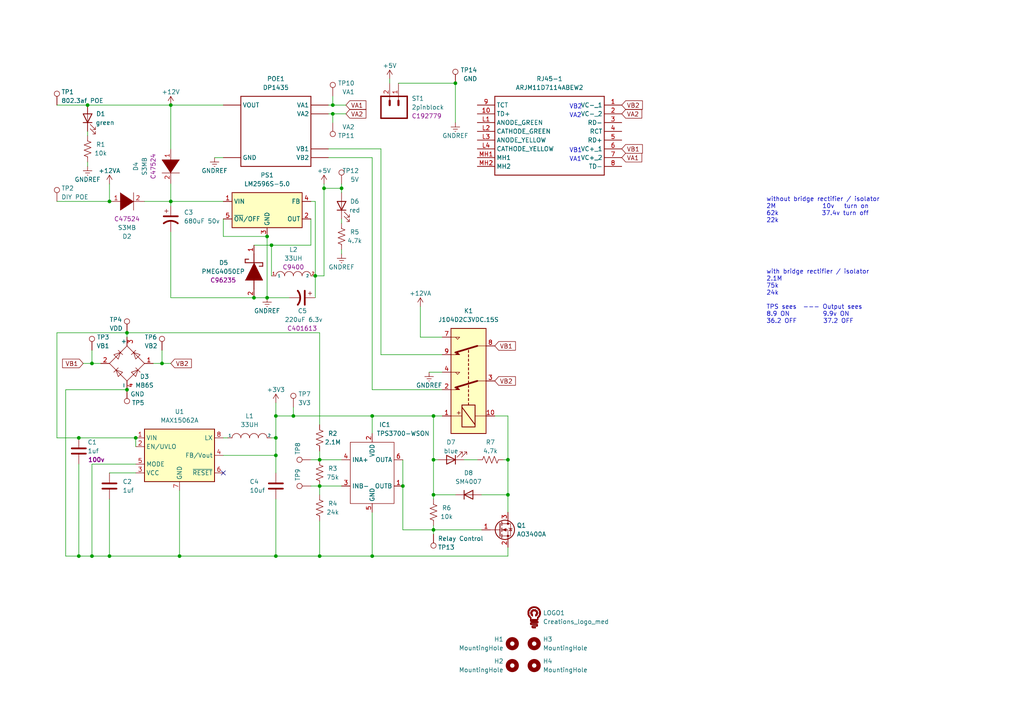
<source format=kicad_sch>
(kicad_sch (version 20211123) (generator eeschema)
  (paper "A4")
  (lib_symbols
    (symbol "Austins creations:12x12x8_inductor"
      (property "Reference" "L" (at 0 6.35 0))
      (property "Value" "12x12x8_inductor" (at 0 3.81 0))
      (symbol "12x12x8_inductor_1_1"
        (pin input line (at -6.35 0 0) (length 1.27) (name "1") (number "1"))
        (pin input line (at 6.35 0 180) (length 1.27) (name "2") (number "2"))
      )
    )
    (symbol "Austins creations:2pinblock"
      (property "Reference" "ST" (at -7.62 2.54 0))
      (property "Value" "2pinblock" (at -7.62 0 0))
      (property "part #" "C192779" (at -7.62 -2.54 0))
      (symbol "2pinblock_1_0"
        (pin bidirectional line (at 7.62 -1.27 180) (length 5.08) (name "1") (number "1"))
        (pin bidirectional line (at 7.62 1.27 180) (length 5.08) (name "2") (number "2"))
      )
    )
    (symbol "Austins creations:ARJM11D7114ABEW2"
      (property "Reference" "RJ45-" (at 0 15.24 0))
      (property "Value" "ARJM11D7114ABEW2" (at 0 12.7 0))
      (symbol "ARJM11D7114ABEW2_1_0"
        (pin bidirectional line (at -21.59 8.89 0) (length 5.08) (name "VC-_1") (number "1"))
        (pin bidirectional line (at 20.32 6.35 180) (length 5.08) (name "TD+") (number "10"))
        (pin bidirectional line (at -21.59 6.35 0) (length 5.08) (name "VC-_2") (number "2"))
        (pin bidirectional line (at -21.59 3.81 0) (length 5.08) (name "RD-") (number "3"))
        (pin bidirectional line (at -21.59 1.27 0) (length 5.08) (name "RCT") (number "4"))
        (pin bidirectional line (at -21.59 -1.27 0) (length 5.08) (name "RD+") (number "5"))
        (pin bidirectional line (at -21.59 -3.81 0) (length 5.08) (name "VC+_1") (number "6"))
        (pin bidirectional line (at -21.59 -6.35 0) (length 5.08) (name "VC+_2") (number "7"))
        (pin bidirectional line (at -21.59 -8.89 0) (length 5.08) (name "TD-") (number "8"))
        (pin bidirectional line (at 20.32 8.89 180) (length 5.08) (name "TCT") (number "9"))
        (pin bidirectional line (at 20.32 3.81 180) (length 5.08) (name "ANODE_GREEN") (number "L1"))
        (pin bidirectional line (at 20.32 1.27 180) (length 5.08) (name "CATHODE_GREEN") (number "L2"))
        (pin bidirectional line (at 20.32 -1.27 180) (length 5.08) (name "ANODE_YELLOW") (number "L3"))
        (pin bidirectional line (at 20.32 -3.81 180) (length 5.08) (name "CATHODE_YELLOW") (number "L4"))
        (pin bidirectional line (at 20.32 -6.35 180) (length 5.08) (name "MH1") (number "MH1"))
        (pin bidirectional line (at 20.32 -8.89 180) (length 5.08) (name "MH2") (number "MH2"))
      )
    )
    (symbol "Austins creations:DP1435"
      (property "Reference" "POE" (at 0 13.97 0))
      (property "Value" "DP1435" (at 0 11.43 0))
      (symbol "DP1435_1_0"
        (pin bidirectional line (at 15.24 -7.62 180) (length 5.08) (name "GND") (number "GND"))
        (pin bidirectional line (at -15.24 7.62 0) (length 5.08) (name "VA1") (number "VA1"))
        (pin bidirectional line (at -15.24 5.08 0) (length 5.08) (name "VA2") (number "VA2"))
        (pin bidirectional line (at -15.24 -5.08 0) (length 5.08) (name "VB1") (number "VB1"))
        (pin bidirectional line (at -15.24 -7.62 0) (length 5.08) (name "VB2") (number "VB2"))
        (pin bidirectional line (at 15.24 7.62 180) (length 5.08) (name "VOUT") (number "VOUT"))
      )
    )
    (symbol "Austins creations:LM2596S"
      (property "Reference" "PS" (at 0 8.89 0))
      (property "Value" "LM2596S" (at 0 6.35 0))
      (symbol "LM2596S_1_1"
        (pin power_in line (at -12.7 2.54 0) (length 2.54) (name "VIN") (number "1"))
        (pin output line (at 12.7 -2.54 180) (length 2.54) (name "OUT") (number "2"))
        (pin power_in line (at 0 -7.62 90) (length 2.54) (name "GND") (number "3"))
        (pin input line (at 12.7 2.54 180) (length 2.54) (name "FB") (number "4"))
        (pin input line (at -12.7 -2.54 0) (length 2.54) (name "~{ON}/OFF") (number "5"))
      )
    )
    (symbol "Austins creations:PMEG4050EP"
      (property "Reference" "D" (at 0 8.89 0))
      (property "Value" "PMEG4050EP" (at 0 6.35 0))
      (property "part #" "C96235" (at 0 3.81 0))
      (symbol "PMEG4050EP_1_0"
        (pin bidirectional line (at -7.62 0 0) (length 2.54) (name "K") (number "1"))
        (pin bidirectional line (at 7.62 0 180) (length 2.54) (name "A") (number "2"))
      )
    )
    (symbol "Austins creations:TPS3700-WSON"
      (property "Reference" "IC" (at 3.81 10.16 0))
      (property "Value" "TPS3700-WSON" (at 5.08 12.7 0))
      (symbol "TPS3700-WSON_1_1"
        (pin input line (at 8.89 -3.81 180) (length 2.54) (name "OUTB") (number "1"))
        (pin input line (at 0 11.43 270) (length 2.54) (name "VDD") (number "2"))
        (pin input line (at -8.89 -3.81 0) (length 2.54) (name "INB-") (number "3"))
        (pin input line (at -8.89 3.81 0) (length 2.54) (name "INA+") (number "4"))
        (pin input line (at 0 -11.43 90) (length 2.54) (name "GND") (number "5"))
        (pin input line (at 8.89 3.81 180) (length 2.54) (name "OUTA") (number "6"))
      )
    )
    (symbol "Connector:TestPoint" (pin_numbers hide) (pin_names (offset 0.762) hide)
      (property "Reference" "TP" (at 0 6.858 0))
      (property "Value" "TestPoint" (at 0 5.08 0))
      (symbol "TestPoint_1_1"
        (pin passive line (at 0 0 90) (length 2.54) (name "1") (number "1"))
      )
    )
    (symbol "Device:C" (pin_numbers hide) (pin_names (offset 0.254))
      (property "Reference" "C" (at 0.635 2.54 0))
      (property "Value" "C" (at 0.635 -2.54 0))
      (symbol "C_1_1"
        (pin passive line (at 0 3.81 270) (length 2.794) (name "~") (number "1"))
        (pin passive line (at 0 -3.81 90) (length 2.794) (name "~") (number "2"))
      )
    )
    (symbol "Device:C_Polarized_US" (pin_numbers hide) (pin_names (offset 0.254) hide)
      (property "Reference" "C" (at 0.635 2.54 0))
      (property "Value" "C_Polarized_US" (at 0.635 -2.54 0))
      (symbol "C_Polarized_US_1_1"
        (pin passive line (at 0 3.81 270) (length 2.794) (name "~") (number "1"))
        (pin passive line (at 0 -3.81 90) (length 3.302) (name "~") (number "2"))
      )
    )
    (symbol "Device:LED" (pin_numbers hide) (pin_names (offset 1.016) hide)
      (property "Reference" "D" (at 0 2.54 0))
      (property "Value" "LED" (at 0 -2.54 0))
      (symbol "LED_1_1"
        (pin passive line (at -3.81 0 0) (length 2.54) (name "K") (number "1"))
        (pin passive line (at 3.81 0 180) (length 2.54) (name "A") (number "2"))
      )
    )
    (symbol "Device:R_US" (pin_numbers hide) (pin_names (offset 0))
      (property "Reference" "R" (at 2.54 0 90))
      (property "Value" "R_US" (at -2.54 0 90))
      (symbol "R_US_1_1"
        (pin passive line (at 0 3.81 270) (length 1.27) (name "~") (number "1"))
        (pin passive line (at 0 -3.81 90) (length 1.27) (name "~") (number "2"))
      )
    )
    (symbol "Diode:SM4007" (pin_numbers hide) (pin_names (offset 1.016) hide)
      (property "Reference" "D" (at 0 2.54 0))
      (property "Value" "SM4007" (at 0 -2.54 0))
      (symbol "SM4007_1_1"
        (pin passive line (at -3.81 0 0) (length 2.54) (name "K") (number "1"))
        (pin passive line (at 3.81 0 180) (length 2.54) (name "A") (number "2"))
      )
    )
    (symbol "Diode_Bridge:MB6S" (pin_names (offset 0))
      (property "Reference" "D" (at 2.54 6.985 0))
      (property "Value" "MB6S" (at 2.54 5.08 0))
      (symbol "MB6S_1_1"
        (pin passive line (at 0 -7.62 90) (length 2.54) (name "~") (number "1"))
        (pin passive line (at 0 7.62 270) (length 2.54) (name "~") (number "2"))
        (pin passive line (at 7.62 0 180) (length 2.54) (name "+") (number "3"))
        (pin passive line (at -7.62 0 0) (length 2.54) (name "-") (number "4"))
      )
    )
    (symbol "Mechanical:MountingHole" (pin_names (offset 1.016))
      (property "Reference" "H" (at 0 5.08 0))
      (property "Value" "MountingHole" (at 0 3.175 0))
    )
    (symbol "Regulator_Switching:MAX15062A"
      (property "Reference" "U" (at -10.16 11.43 0))
      (property "Value" "MAX15062A" (at -10.16 8.89 0))
      (symbol "MAX15062A_1_1"
        (pin power_in line (at -12.7 5.08 0) (length 2.54) (name "VIN") (number "1"))
        (pin input line (at -12.7 2.54 0) (length 2.54) (name "EN/UVLO") (number "2"))
        (pin power_out line (at -12.7 -5.08 0) (length 2.54) (name "VCC") (number "3"))
        (pin input line (at 12.7 0 180) (length 2.54) (name "FB/Vout") (number "4"))
        (pin input line (at -12.7 -2.54 0) (length 2.54) (name "MODE") (number "5"))
        (pin open_collector line (at 12.7 -5.08 180) (length 2.54) (name "~{RESET}") (number "6"))
        (pin power_in line (at 0 -10.16 90) (length 2.54) (name "GND") (number "7"))
        (pin power_out line (at 12.7 5.08 180) (length 2.54) (name "LX") (number "8"))
      )
    )
    (symbol "Relay:AZ850-x"
      (property "Reference" "K" (at 16.51 3.81 0))
      (property "Value" "AZ850-x" (at 16.51 1.27 0))
      (symbol "AZ850-x_0_0"
        (text "+" (at -9.271 2.921 0) (effects (font (size 1.27 1.27))))
      )
      (symbol "AZ850-x_1_1"
        (pin passive line (at -10.16 7.62 270) (length 2.54) (name "~") (number "1"))
        (pin passive line (at -10.16 -7.62 90) (length 2.54) (name "~") (number "10"))
        (pin passive line (at -2.54 7.62 270) (length 2.54) (name "~") (number "2"))
        (pin passive line (at 0 -7.62 90) (length 2.54) (name "~") (number "3"))
        (pin passive line (at 2.54 7.62 270) (length 2.54) (name "~") (number "4"))
        (pin passive line (at 12.7 7.62 270) (length 2.54) (name "~") (number "7"))
        (pin passive line (at 10.16 -7.62 90) (length 2.54) (name "~") (number "8"))
        (pin passive line (at 7.62 7.62 270) (length 2.54) (name "~") (number "9"))
      )
    )
    (symbol "Transistor_FET:AO3400A" (pin_names hide)
      (property "Reference" "Q" (at 5.08 1.905 0))
      (property "Value" "AO3400A" (at 5.08 0 0))
      (symbol "AO3400A_1_1"
        (pin input line (at -5.08 0 0) (length 2.54) (name "G") (number "1"))
        (pin passive line (at 2.54 -5.08 90) (length 2.54) (name "S") (number "2"))
        (pin passive line (at 2.54 5.08 270) (length 2.54) (name "D") (number "3"))
      )
    )
    (symbol "logos:Creations_logo_med"
      (property "Reference" "LOGO" (at 0 6.35 0))
      (property "Value" "Creations_logo_med" (at 0 3.81 0))
    )
    (symbol "power:+12V" (power) (pin_names (offset 0))
      (property "Value" "+12V" (at 0 3.556 0))
      (symbol "+12V_1_1"
        (pin power_in line (at 0 0 90) (length 0) hide (name "+12V") (number "1"))
      )
    )
    (symbol "power:+12VA" (power) (pin_names (offset 0))
      (property "Value" "+12VA" (at 0 3.556 0))
      (symbol "+12VA_1_1"
        (pin power_in line (at 0 0 90) (length 0) hide (name "+12VA") (number "1"))
      )
    )
    (symbol "power:+3V3" (power) (pin_names (offset 0))
      (property "Value" "+3V3" (at 0 3.556 0))
      (symbol "+3V3_1_1"
        (pin power_in line (at 0 0 90) (length 0) hide (name "+3V3") (number "1"))
      )
    )
    (symbol "power:+5V" (power) (pin_names (offset 0))
      (property "Value" "+5V" (at 0 3.556 0))
      (symbol "+5V_1_1"
        (pin power_in line (at 0 0 90) (length 0) hide (name "+5V") (number "1"))
      )
    )
    (symbol "power:GNDREF" (power) (pin_names (offset 0))
      (property "Value" "GNDREF" (at 0 -3.81 0))
      (symbol "GNDREF_1_1"
        (pin power_in line (at 0 0 270) (length 0) hide (name "GNDREF") (number "1"))
      )
    )
    (symbol "pspice:DIODE" (pin_names (offset 1.016) hide)
      (property "Reference" "D" (at 0 3.81 0))
      (property "Value" "DIODE" (at 0 -4.445 0))
      (symbol "DIODE_1_1"
        (pin input line (at -5.08 0 0) (length 3.81) (name "K") (number "1"))
        (pin input line (at 5.08 0 180) (length 3.81) (name "A") (number "2"))
      )
    )
    (symbol "pspice:INDUCTOR" (pin_numbers hide) (pin_names (offset 0))
      (property "Reference" "L" (at 0 2.54 0))
      (property "Value" "INDUCTOR" (at 0 -1.27 0))
      (symbol "INDUCTOR_1_1"
        (pin input line (at -6.35 0 0) (length 1.27) (name "1") (number "1"))
        (pin input line (at 6.35 0 180) (length 1.27) (name "2") (number "2"))
      )
    )
  )
  (junction (at 96.52 33.02))
  (junction (at 49.53 58.42))
  (junction (at 36.83 113.03))
  (junction (at 49.53 30.48))
  (junction (at 31.75 161.29))
  (junction (at 125.73 120.65))
  (junction (at 39.37 127))
  (junction (at 107.95 120.65))
  (junction (at 73.66 86.36))
  (junction (at 147.32 143.51))
  (junction (at 25.4 30.48))
  (junction (at 99.06 54.61))
  (junction (at 92.71 133.35))
  (junction (at 22.86 127))
  (junction (at 125.73 153.67))
  (junction (at 77.47 68.58))
  (junction (at 96.52 30.48))
  (junction (at 125.73 133.35))
  (junction (at 91.44 80.01))
  (junction (at 26.67 161.29))
  (junction (at 31.75 58.42))
  (junction (at 92.71 140.97))
  (junction (at 125.73 143.51))
  (junction (at 93.98 54.61))
  (junction (at 80.01 120.65))
  (junction (at 77.47 86.36))
  (junction (at 36.83 96.52))
  (junction (at 147.32 133.35))
  (junction (at 107.95 161.29))
  (junction (at 22.86 161.29))
  (junction (at 92.71 161.29))
  (junction (at 80.01 132.08))
  (junction (at 132.08 24.13))
  (junction (at 78.74 71.12))
  (junction (at 80.01 127))
  (junction (at 26.67 105.41))
  (junction (at 116.84 140.97))
  (junction (at 52.07 161.29))
  (junction (at 46.99 105.41))
  (junction (at 85.09 120.65))
  (junction (at 80.01 161.29))
  (no_connect (at 64.77 137.16))
  (wire (pts (xy 92.71 123.19) (xy 92.71 96.52)))
  (wire (pts (xy 16.51 58.42) (xy 31.75 58.42)))
  (wire (pts (xy 73.66 71.12) (xy 78.74 71.12)))
  (wire (pts (xy 116.84 140.97) (xy 116.84 153.67)))
  (wire (pts (xy 80.01 132.08) (xy 80.01 137.16)))
  (wire (pts (xy 99.06 53.34) (xy 99.06 54.61)))
  (wire (pts (xy 128.27 113.03) (xy 107.95 113.03)))
  (wire (pts (xy 52.07 161.29) (xy 31.75 161.29)))
  (wire (pts (xy 85.09 120.65) (xy 107.95 120.65)))
  (wire (pts (xy 73.66 86.36) (xy 77.47 86.36)))
  (wire (pts (xy 25.4 38.1) (xy 25.4 39.37)))
  (wire (pts (xy 147.32 143.51) (xy 147.32 148.59)))
  (wire (pts (xy 80.01 144.78) (xy 80.01 161.29)))
  (wire (pts (xy 128.27 102.87) (xy 110.49 102.87)))
  (wire (pts (xy 95.25 43.18) (xy 110.49 43.18)))
  (wire (pts (xy 92.71 140.97) (xy 92.71 143.51)))
  (wire (pts (xy 24.13 105.41) (xy 26.67 105.41)))
  (wire (pts (xy 85.09 118.11) (xy 85.09 120.65)))
  (wire (pts (xy 107.95 161.29) (xy 147.32 161.29)))
  (wire (pts (xy 77.47 68.58) (xy 77.47 86.36)))
  (wire (pts (xy 26.67 105.41) (xy 26.67 101.6)))
  (wire (pts (xy 62.23 45.72) (xy 64.77 45.72)))
  (wire (pts (xy 125.73 153.67) (xy 125.73 154.94)))
  (wire (pts (xy 41.91 58.42) (xy 49.53 58.42)))
  (wire (pts (xy 80.01 127) (xy 80.01 132.08)))
  (wire (pts (xy 78.74 127) (xy 80.01 127)))
  (wire (pts (xy 80.01 120.65) (xy 80.01 127)))
  (wire (pts (xy 116.84 153.67) (xy 125.73 153.67)))
  (wire (pts (xy 125.73 143.51) (xy 125.73 144.78)))
  (wire (pts (xy 128.27 120.65) (xy 125.73 120.65)))
  (wire (pts (xy 39.37 134.62) (xy 26.67 134.62)))
  (wire (pts (xy 99.06 55.88) (xy 99.06 54.61)))
  (wire (pts (xy 90.17 58.42) (xy 91.44 58.42)))
  (wire (pts (xy 95.25 45.72) (xy 107.95 45.72)))
  (wire (pts (xy 115.57 24.13) (xy 132.08 24.13)))
  (wire (pts (xy 100.33 33.02) (xy 96.52 33.02)))
  (wire (pts (xy 19.05 113.03) (xy 19.05 161.29)))
  (wire (pts (xy 147.32 120.65) (xy 147.32 133.35)))
  (wire (pts (xy 16.51 127) (xy 16.51 96.52)))
  (wire (pts (xy 22.86 127) (xy 16.51 127)))
  (wire (pts (xy 22.86 161.29) (xy 26.67 161.29)))
  (wire (pts (xy 64.77 132.08) (xy 80.01 132.08)))
  (wire (pts (xy 31.75 161.29) (xy 31.75 144.78)))
  (wire (pts (xy 19.05 161.29) (xy 22.86 161.29)))
  (wire (pts (xy 146.05 133.35) (xy 147.32 133.35)))
  (wire (pts (xy 125.73 120.65) (xy 125.73 133.35)))
  (wire (pts (xy 64.77 68.58) (xy 77.47 68.58)))
  (wire (pts (xy 80.01 116.84) (xy 80.01 120.65)))
  (wire (pts (xy 49.53 53.34) (xy 49.53 58.42)))
  (wire (pts (xy 92.71 96.52) (xy 36.83 96.52)))
  (wire (pts (xy 25.4 30.48) (xy 49.53 30.48)))
  (wire (pts (xy 91.44 80.01) (xy 91.44 86.36)))
  (wire (pts (xy 49.53 58.42) (xy 49.53 59.69)))
  (wire (pts (xy 31.75 137.16) (xy 39.37 137.16)))
  (wire (pts (xy 49.53 86.36) (xy 73.66 86.36)))
  (wire (pts (xy 64.77 63.5) (xy 64.77 68.58)))
  (wire (pts (xy 99.06 72.39) (xy 99.06 73.66)))
  (wire (pts (xy 100.33 30.48) (xy 96.52 30.48)))
  (wire (pts (xy 107.95 120.65) (xy 125.73 120.65)))
  (wire (pts (xy 132.08 24.13) (xy 132.08 35.56)))
  (wire (pts (xy 96.52 30.48) (xy 95.25 30.48)))
  (wire (pts (xy 36.83 96.52) (xy 36.83 97.79)))
  (wire (pts (xy 77.47 86.36) (xy 83.82 86.36)))
  (wire (pts (xy 93.98 54.61) (xy 93.98 80.01)))
  (wire (pts (xy 143.51 120.65) (xy 147.32 120.65)))
  (wire (pts (xy 107.95 45.72) (xy 107.95 113.03)))
  (wire (pts (xy 78.74 71.12) (xy 90.17 71.12)))
  (wire (pts (xy 44.45 105.41) (xy 46.99 105.41)))
  (wire (pts (xy 92.71 130.81) (xy 92.71 133.35)))
  (wire (pts (xy 92.71 151.13) (xy 92.71 161.29)))
  (wire (pts (xy 121.92 97.79) (xy 121.92 88.9)))
  (wire (pts (xy 80.01 161.29) (xy 92.71 161.29)))
  (wire (pts (xy 26.67 161.29) (xy 31.75 161.29)))
  (wire (pts (xy 64.77 58.42) (xy 49.53 58.42)))
  (wire (pts (xy 36.83 113.03) (xy 19.05 113.03)))
  (wire (pts (xy 134.62 133.35) (xy 138.43 133.35)))
  (wire (pts (xy 22.86 127) (xy 39.37 127)))
  (wire (pts (xy 93.98 80.01) (xy 91.44 80.01)))
  (wire (pts (xy 116.84 133.35) (xy 116.84 140.97)))
  (wire (pts (xy 46.99 105.41) (xy 49.53 105.41)))
  (wire (pts (xy 124.46 107.95) (xy 128.27 107.95)))
  (wire (pts (xy 132.08 143.51) (xy 125.73 143.51)))
  (wire (pts (xy 52.07 142.24) (xy 52.07 161.29)))
  (wire (pts (xy 26.67 105.41) (xy 29.21 105.41)))
  (wire (pts (xy 99.06 54.61) (xy 93.98 54.61)))
  (wire (pts (xy 139.7 143.51) (xy 147.32 143.51)))
  (wire (pts (xy 125.73 133.35) (xy 127 133.35)))
  (wire (pts (xy 78.74 80.01) (xy 78.74 71.12)))
  (wire (pts (xy 49.53 30.48) (xy 49.53 43.18)))
  (wire (pts (xy 125.73 133.35) (xy 125.73 143.51)))
  (wire (pts (xy 92.71 140.97) (xy 99.06 140.97)))
  (wire (pts (xy 46.99 101.6) (xy 46.99 105.41)))
  (wire (pts (xy 91.44 58.42) (xy 91.44 80.01)))
  (wire (pts (xy 96.52 27.94) (xy 96.52 30.48)))
  (wire (pts (xy 31.75 53.34) (xy 31.75 58.42)))
  (wire (pts (xy 92.71 133.35) (xy 99.06 133.35)))
  (wire (pts (xy 90.17 140.97) (xy 92.71 140.97)))
  (wire (pts (xy 125.73 152.4) (xy 125.73 153.67)))
  (wire (pts (xy 39.37 127) (xy 39.37 129.54)))
  (wire (pts (xy 22.86 134.62) (xy 22.86 161.29)))
  (wire (pts (xy 80.01 120.65) (xy 85.09 120.65)))
  (wire (pts (xy 96.52 33.02) (xy 96.52 35.56)))
  (wire (pts (xy 16.51 96.52) (xy 36.83 96.52)))
  (wire (pts (xy 113.03 22.86) (xy 113.03 24.13)))
  (wire (pts (xy 16.51 30.48) (xy 25.4 30.48)))
  (wire (pts (xy 64.77 127) (xy 66.04 127)))
  (wire (pts (xy 110.49 43.18) (xy 110.49 102.87)))
  (wire (pts (xy 125.73 153.67) (xy 139.7 153.67)))
  (wire (pts (xy 90.17 133.35) (xy 92.71 133.35)))
  (wire (pts (xy 147.32 133.35) (xy 147.32 143.51)))
  (wire (pts (xy 107.95 120.65) (xy 107.95 125.73)))
  (wire (pts (xy 107.95 161.29) (xy 107.95 148.59)))
  (wire (pts (xy 25.4 46.99) (xy 25.4 48.26)))
  (wire (pts (xy 90.17 71.12) (xy 90.17 63.5)))
  (wire (pts (xy 26.67 134.62) (xy 26.67 161.29)))
  (wire (pts (xy 93.98 53.34) (xy 93.98 54.61)))
  (wire (pts (xy 92.71 161.29) (xy 107.95 161.29)))
  (wire (pts (xy 49.53 67.31) (xy 49.53 86.36)))
  (wire (pts (xy 99.06 63.5) (xy 99.06 64.77)))
  (wire (pts (xy 80.01 161.29) (xy 52.07 161.29)))
  (wire (pts (xy 147.32 158.75) (xy 147.32 161.29)))
  (wire (pts (xy 49.53 30.48) (xy 64.77 30.48)))
  (wire (pts (xy 121.92 97.79) (xy 128.27 97.79)))
  (wire (pts (xy 96.52 33.02) (xy 95.25 33.02)))
  (text "with bridge rectifier / isolator\n2.1M\n75k\n24k\n\nTPS sees  --- Output sees\n8.9 ON          9.9v ON\n36.2 OFF        37.2 OFF" (at 222.25 93.98 0) (effects (font (size 1.27 1.27)) (justify left bottom)))
  (text "without bridge rectifier / isolator\n2M              10v   turn on\n62k             37.4v turn off\n22k" (at 222.25 64.77 0) (effects (font (size 1.27 1.27)) (justify left bottom)))
  (text "VA1" (at 165.1 46.99 0) (effects (font (size 1.27 1.27)) (justify left bottom)))
  (text "VA2" (at 165.1 34.29 0) (effects (font (size 1.27 1.27)) (justify left bottom)))
  (text "VB2" (at 165.1 31.75 0) (effects (font (size 1.27 1.27)) (justify left bottom)))
  (text "VB1" (at 165.1 44.45 0) (effects (font (size 1.27 1.27)) (justify left bottom)))
  (global_label "VB1" (shape input) (at 24.13 105.41 180) (property "Intersheet References" "${INTERSHEET_REFS}" (effects hide)))
  (global_label "VA1" (shape input) (at 100.33 30.48 0) (property "Intersheet References" "${INTERSHEET_REFS}" (effects hide)))
  (global_label "VA1" (shape input) (at 180.34 45.72 0) (property "Intersheet References" "${INTERSHEET_REFS}" (effects hide)))
  (global_label "VB1" (shape input) (at 143.51 100.33 0) (property "Intersheet References" "${INTERSHEET_REFS}" (effects hide)))
  (global_label "VB2" (shape input) (at 180.34 30.48 0) (property "Intersheet References" "${INTERSHEET_REFS}" (effects hide)))
  (global_label "VB1" (shape input) (at 180.34 43.18 0) (property "Intersheet References" "${INTERSHEET_REFS}" (effects hide)))
  (global_label "VB2" (shape input) (at 49.53 105.41 0) (property "Intersheet References" "${INTERSHEET_REFS}" (effects hide)))
  (global_label "VA2" (shape input) (at 100.33 33.02 0) (property "Intersheet References" "${INTERSHEET_REFS}" (effects hide)))
  (global_label "VA2" (shape input) (at 180.34 33.02 0) (property "Intersheet References" "${INTERSHEET_REFS}" (effects hide)))
  (global_label "VB2" (shape input) (at 143.51 110.49 0) (property "Intersheet References" "${INTERSHEET_REFS}" (effects hide)))
  (symbol (lib_id "Austins creations:LM2596S") (at 77.47 60.96 0) (unit 1)
    (property "Reference" "PS1" (at 77.47 50.8 0))
    (property "Value" "LM2596S-5.0" (at 77.47 53.34 0))
    (property "Footprint" "Austins creations:LM2596S" (effects hide))
  )
  (symbol (lib_id "Device:R_US") (at 92.71 147.32 0) (unit 1)
    (property "Reference" "R4" (at 96.52 146.05 0))
    (property "Value" "24k" (at 96.52 148.59 0))
    (property "Footprint" "Resistor_SMD:R_0603_1608Metric" (effects hide))
  )
  (symbol (lib_id "Connector:TestPoint") (at 96.52 27.94 0) (unit 1)
    (property "Reference" "TP10" (at 102.87 24.13 0) (effects (justify right)))
    (property "Value" "VA1" (at 102.87 26.67 0) (effects (justify right)))
    (property "Footprint" "TestPoint:TestPoint_Pad_D2.0mm" (effects hide))
  )
  (symbol (lib_id "power:+12V") (at 49.53 30.48 0) (unit 1)
    (property "Reference" "#PWR03" (effects hide))
    (property "Value" "+12V" (at 49.53 26.67 0))
  )
  (symbol (lib_id "Austins creations:DP1435") (at 80.01 38.1 0) (mirror y) (unit 1)
    (property "Reference" "POE1" (at 80.01 22.86 0))
    (property "Value" "DP1435" (at 80.01 25.4 0))
    (property "Footprint" "Austins creations:DP1435" (effects hide))
  )
  (symbol (lib_id "Austins creations:2pinblock") (at 114.3 31.75 90) (unit 1)
    (property "Reference" "ST1" (at 119.38 28.5749 90) (effects (justify right)))
    (property "Value" "2pinblock" (at 119.38 31.1149 90) (effects (justify right)))
    (property "Footprint" "Austins creations:2pinblock" (effects hide))
    (property "part #" "C192779" (at 119.38 33.6549 90) (effects (justify right)))
  )
  (symbol (lib_id "Austins creations:12x12x8_inductor") (at 85.09 80.01 0) (unit 1)
    (property "Reference" "L2" (at 85.09 72.39 0))
    (property "Value" "33UH" (at 85.09 74.93 0))
    (property "Footprint" "Austins creations:12x12x8 inductor" (effects hide))
    (property "part #" "C9400" (at 85.09 77.47 0))
  )
  (symbol (lib_id "Device:C") (at 22.86 130.81 0) (unit 1)
    (property "Reference" "C1" (at 25.4 128.27 0) (effects (justify left)))
    (property "Value" "1uf" (at 25.4 130.81 0) (effects (justify left)))
    (property "Footprint" "Capacitor_SMD:C_0805_2012Metric" (effects hide))
    (property "voltage" "100v" (at 25.4 133.35 0) (effects (font bold) (justify left)))
  )
  (symbol (lib_id "power:+5V") (at 113.03 22.86 0) (unit 1)
    (property "Reference" "#PWR09" (effects hide))
    (property "Value" "+5V" (at 113.03 19.05 0))
  )
  (symbol (lib_id "Device:LED") (at 130.81 133.35 180) (unit 1)
    (property "Reference" "D7" (at 130.81 128.27 0))
    (property "Value" "blue" (at 130.81 130.81 0))
    (property "Footprint" "LED_SMD:LED_0603_1608Metric" (effects hide))
  )
  (symbol (lib_id "Device:C_Polarized_US") (at 49.53 63.5 0) (unit 1)
    (property "Reference" "C3" (at 53.34 61.5949 0) (effects (justify left)))
    (property "Value" "680uF 50v" (at 53.34 64.1349 0) (effects (justify left)))
    (property "Footprint" "Capacitor_THT:CP_Radial_D13.0mm_P5.00mm" (effects hide))
  )
  (symbol (lib_id "Connector:TestPoint") (at 16.51 58.42 0) (mirror y) (unit 1)
    (property "Reference" "TP2" (at 17.78 54.61 0) (effects (justify right)))
    (property "Value" "DIY POE" (at 17.78 57.15 0) (effects (justify right)))
    (property "Footprint" "TestPoint:TestPoint_Pad_D2.0mm" (effects hide))
  )
  (symbol (lib_id "Mechanical:MountingHole") (at 148.59 186.69 0) (mirror x) (unit 1)
    (property "Reference" "H1" (at 146.05 185.4199 0) (effects (justify right)))
    (property "Value" "MountingHole" (at 146.05 187.9599 0) (effects (justify right)))
    (property "Footprint" "MountingHole:MountingHole_3.2mm_M3" (effects hide))
  )
  (symbol (lib_id "Diode_Bridge:MB6S") (at 36.83 105.41 90) (unit 1)
    (property "Reference" "D3" (at 41.91 109.22 90))
    (property "Value" "MB6S" (at 41.91 111.76 90))
    (property "Footprint" "Package_TO_SOT_SMD:TO-269AA" (effects hide))
    (property "Datasheet" "http://www.vishay.com/docs/88573/dfs.pdf" (effects hide))
  )
  (symbol (lib_id "Device:R_US") (at 142.24 133.35 90) (unit 1)
    (property "Reference" "R7" (at 142.24 128.27 90))
    (property "Value" "4.7k" (at 142.24 130.81 90))
    (property "Footprint" "Resistor_SMD:R_0603_1608Metric" (effects hide))
  )
  (symbol (lib_id "Device:R_US") (at 99.06 68.58 0) (unit 1)
    (property "Reference" "R5" (at 102.87 67.31 0))
    (property "Value" "4.7k" (at 102.87 69.85 0))
    (property "Footprint" "Resistor_SMD:R_0603_1608Metric" (effects hide))
  )
  (symbol (lib_id "logos:Creations_logo_med") (at 154.94 177.8 0) (unit 1)
    (property "Reference" "LOGO1" (at 157.48 177.7745 0) (effects (justify left)))
    (property "Value" "Creations_logo_med" (at 157.48 180.3145 0) (effects (justify left)))
    (property "Footprint" "logos:Creations logo med" (effects hide))
  )
  (symbol (lib_id "Device:LED") (at 25.4 34.29 90) (unit 1)
    (property "Reference" "D1" (at 29.21 33.02 90))
    (property "Value" "green" (at 30.48 35.56 90))
    (property "Footprint" "LED_SMD:LED_0603_1608Metric" (effects hide))
  )
  (symbol (lib_id "Connector:TestPoint") (at 99.06 53.34 0) (unit 1)
    (property "Reference" "TP12" (at 104.14 49.53 0) (effects (justify right)))
    (property "Value" "5V" (at 104.14 52.07 0) (effects (justify right)))
    (property "Footprint" "TestPoint:TestPoint_Pad_D2.0mm" (effects hide))
  )
  (symbol (lib_id "power:GNDREF") (at 124.46 107.95 0) (unit 1)
    (property "Reference" "#PWR011" (effects hide))
    (property "Value" "GND" (at 124.46 111.76 0))
  )
  (symbol (lib_id "Relay:AZ850-x") (at 135.89 110.49 90) (unit 1)
    (property "Reference" "K1" (at 135.89 90.17 90))
    (property "Value" "J104D2C3VDC.15S" (at 135.89 92.71 90))
    (property "Footprint" "Relay_THT:Relay_DPDT_Finder_30.22" (effects hide))
    (property "Datasheet" "http://www.azettler.com/pdfs/az850.pdf" (effects hide))
  )
  (symbol (lib_id "Connector:TestPoint") (at 96.52 35.56 0) (mirror x) (unit 1)
    (property "Reference" "TP11" (at 102.87 39.37 0) (effects (justify right)))
    (property "Value" "VA2" (at 102.87 36.83 0) (effects (justify right)))
    (property "Footprint" "TestPoint:TestPoint_Pad_D2.0mm" (effects hide))
  )
  (symbol (lib_id "Device:C_Polarized_US") (at 87.63 86.36 270) (unit 1)
    (property "Reference" "C5" (at 86.36 90.17 90) (effects (justify left)))
    (property "Value" "220uF 6.3v" (at 82.55 92.71 90) (effects (justify left)))
    (property "Footprint" "Capacitor_SMD:CP_Elec_8x6.2" (effects hide))
    (property "part #" "C401613" (at 87.63 95.25 90))
  )
  (symbol (lib_id "pspice:DIODE") (at 36.83 58.42 0) (unit 1)
    (property "Reference" "D2" (at 36.83 68.58 0))
    (property "Value" "S3MB" (at 36.83 66.04 0))
    (property "Footprint" "Diode_SMD:D_SMB" (effects hide))
    (property "part #" "C47524" (at 36.83 63.5 0))
  )
  (symbol (lib_id "Device:R_US") (at 25.4 43.18 0) (unit 1)
    (property "Reference" "R1" (at 29.21 41.91 0))
    (property "Value" "10k" (at 29.21 44.45 0))
    (property "Footprint" "Resistor_SMD:R_0603_1608Metric" (effects hide))
  )
  (symbol (lib_id "Connector:TestPoint") (at 36.83 113.03 0) (mirror x) (unit 1)
    (property "Reference" "TP5" (at 41.91 116.84 0) (effects (justify right)))
    (property "Value" "GND" (at 41.91 114.3 0) (effects (justify right)))
    (property "Footprint" "TestPoint:TestPoint_Pad_D2.0mm" (effects hide))
  )
  (symbol (lib_id "Austins creations:ARJM11D7114ABEW2") (at 158.75 39.37 0) (mirror y) (unit 1)
    (property "Reference" "RJ45-1" (at 159.385 22.86 0))
    (property "Value" "ARJM11D7114ABEW2" (at 159.385 25.4 0))
    (property "Footprint" "Austins creations:ARJM11D7114ABEW2" (effects hide))
  )
  (symbol (lib_id "power:+12VA") (at 121.92 88.9 0) (unit 1)
    (property "Reference" "#PWR010" (effects hide))
    (property "Value" "+12VA" (at 121.92 85.09 0))
  )
  (symbol (lib_id "Connector:TestPoint") (at 85.09 118.11 0) (unit 1)
    (property "Reference" "TP7" (at 90.17 114.3 0) (effects (justify right)))
    (property "Value" "3V3" (at 90.17 116.84 0) (effects (justify right)))
    (property "Footprint" "TestPoint:TestPoint_Pad_D2.0mm" (effects hide))
  )
  (symbol (lib_id "Regulator_Switching:MAX15062A") (at 52.07 132.08 0) (unit 1)
    (property "Reference" "U1" (at 52.07 119.38 0))
    (property "Value" "MAX15062A" (at 52.07 121.92 0))
    (property "Footprint" "Package_DFN_QFN:DFN-8_2x2mm_P0.5mm" (effects hide))
    (property "Datasheet" "http://datasheets.maximintegrated.com/en/ds/MAX15062.pdf" (effects hide))
  )
  (symbol (lib_id "power:GNDREF") (at 132.08 35.56 0) (unit 1)
    (property "Reference" "#PWR012" (effects hide))
    (property "Value" "GND" (at 132.08 39.37 0))
  )
  (symbol (lib_id "power:GNDREF") (at 77.47 86.36 0) (unit 1)
    (property "Reference" "#PWR05" (effects hide))
    (property "Value" "GND" (at 77.47 90.17 0))
  )
  (symbol (lib_id "Connector:TestPoint") (at 90.17 133.35 90) (unit 1)
    (property "Reference" "TP8" (at 86.36 128.27 0) (effects (justify right)))
    (property "Value" "testpoint" (effects hide))
    (property "Footprint" "TestPoint:TestPoint_Pad_D2.0mm" (effects hide))
  )
  (symbol (lib_id "Connector:TestPoint") (at 46.99 101.6 0) (mirror y) (unit 1)
    (property "Reference" "TP6" (at 41.91 97.79 0) (effects (justify right)))
    (property "Value" "VB2" (at 41.91 100.33 0) (effects (justify right)))
    (property "Footprint" "TestPoint:TestPoint_Pad_D2.0mm" (effects hide))
  )
  (symbol (lib_id "Connector:TestPoint") (at 132.08 24.13 0) (unit 1)
    (property "Reference" "TP14" (at 138.43 20.32 0) (effects (justify right)))
    (property "Value" "GND" (at 138.43 22.86 0) (effects (justify right)))
    (property "Footprint" "TestPoint:TestPoint_Pad_D2.0mm" (effects hide))
  )
  (symbol (lib_id "power:+5V") (at 93.98 53.34 0) (unit 1)
    (property "Reference" "#PWR07" (effects hide))
    (property "Value" "+5V" (at 93.98 49.53 0))
  )
  (symbol (lib_id "Mechanical:MountingHole") (at 154.94 193.04 0) (unit 1)
    (property "Reference" "H4" (at 157.48 191.7699 0) (effects (justify left)))
    (property "Value" "MountingHole" (at 157.48 194.3099 0) (effects (justify left)))
    (property "Footprint" "MountingHole:MountingHole_3.2mm_M3" (effects hide))
  )
  (symbol (lib_id "Device:C") (at 31.75 140.97 0) (unit 1)
    (property "Reference" "C2" (at 35.56 139.6999 0) (effects (justify left)))
    (property "Value" "1uf" (at 35.56 142.2399 0) (effects (justify left)))
    (property "Footprint" "Capacitor_SMD:C_0603_1608Metric" (effects hide))
  )
  (symbol (lib_id "Device:LED") (at 99.06 59.69 90) (unit 1)
    (property "Reference" "D6" (at 102.87 58.42 90))
    (property "Value" "red" (at 102.87 60.96 90))
    (property "Footprint" "LED_SMD:LED_0603_1608Metric" (effects hide))
  )
  (symbol (lib_id "pspice:DIODE") (at 49.53 48.26 270) (unit 1)
    (property "Reference" "D4" (at 39.37 48.26 0))
    (property "Value" "S3MB" (at 41.91 48.26 0))
    (property "Footprint" "Diode_SMD:D_SMB" (effects hide))
    (property "part #" "C47524" (at 44.45 48.26 0))
  )
  (symbol (lib_id "Connector:TestPoint") (at 90.17 140.97 90) (unit 1)
    (property "Reference" "TP9" (at 86.36 135.89 0) (effects (justify right)))
    (property "Value" "testpoint" (effects hide))
    (property "Footprint" "TestPoint:TestPoint_Pad_D2.0mm" (effects hide))
  )
  (symbol (lib_id "Connector:TestPoint") (at 36.83 96.52 0) (mirror y) (unit 1)
    (property "Reference" "TP4" (at 31.75 92.71 0) (effects (justify right)))
    (property "Value" "VDD" (at 31.75 95.25 0) (effects (justify right)))
    (property "Footprint" "TestPoint:TestPoint_Pad_D2.0mm" (effects hide))
  )
  (symbol (lib_id "Device:R_US") (at 92.71 137.16 0) (unit 1)
    (property "Reference" "R3" (at 96.52 135.89 0))
    (property "Value" "75k" (at 96.52 138.43 0))
    (property "Footprint" "Resistor_SMD:R_0603_1608Metric" (effects hide))
  )
  (symbol (lib_id "pspice:INDUCTOR") (at 72.39 127 0) (unit 1)
    (property "Reference" "L1" (at 72.39 120.65 0))
    (property "Value" "33UH" (at 72.39 123.19 0))
    (property "Footprint" "Inductor_SMD:L_Vishay_IFSC-1515AH_4x4x1.8mm" (effects hide))
  )
  (symbol (lib_id "Diode:SM4007") (at 135.89 143.51 0) (unit 1)
    (property "Reference" "D8" (at 135.89 137.16 0))
    (property "Value" "SM4007" (at 135.89 139.7 0))
    (property "Footprint" "Diode_SMD:D_SOD-123F" (effects hide))
    (property "Datasheet" "http://cdn-reichelt.de/documents/datenblatt/A400/SMD1N400%23DIO.pdf" (effects hide))
  )
  (symbol (lib_id "Austins creations:PMEG4050EP") (at 73.66 78.74 270) (unit 1)
    (property "Reference" "D5" (at 63.5 76.2 90) (effects (justify left)))
    (property "Value" "PMEG4050EP" (at 58.42 78.74 90) (effects (justify left)))
    (property "Footprint" "Austins creations:PMEG3050EP" (effects hide))
    (property "part #" "C96235" (at 60.96 81.28 90) (effects (justify left)))
  )
  (symbol (lib_id "power:+12VA") (at 31.75 53.34 0) (unit 1)
    (property "Reference" "#PWR02" (effects hide))
    (property "Value" "+12VA" (at 31.75 49.53 0))
  )
  (symbol (lib_id "power:GNDREF") (at 25.4 48.26 0) (unit 1)
    (property "Reference" "#PWR01" (effects hide))
    (property "Value" "GND" (at 25.4 52.07 0))
  )
  (symbol (lib_id "Mechanical:MountingHole") (at 154.94 186.69 0) (unit 1)
    (property "Reference" "H3" (at 157.48 185.4199 0) (effects (justify left)))
    (property "Value" "MountingHole" (at 157.48 187.9599 0) (effects (justify left)))
    (property "Footprint" "MountingHole:MountingHole_3.2mm_M3" (effects hide))
  )
  (symbol (lib_id "power:GNDREF") (at 62.23 45.72 0) (unit 1)
    (property "Reference" "#PWR04" (effects hide))
    (property "Value" "GND" (at 62.23 49.53 0))
  )
  (symbol (lib_id "Connector:TestPoint") (at 125.73 154.94 0) (mirror x) (unit 1)
    (property "Reference" "TP13" (at 127 158.75 0) (effects (justify left)))
    (property "Value" "Relay Control" (at 127 156.21 0) (effects (justify left)))
    (property "Footprint" "TestPoint:TestPoint_Pad_D2.0mm" (effects hide))
  )
  (symbol (lib_id "Device:R_US") (at 92.71 127 0) (unit 1)
    (property "Reference" "R2" (at 96.52 125.73 0))
    (property "Value" "2.1M" (at 96.52 128.27 0))
    (property "Footprint" "Resistor_SMD:R_0603_1608Metric" (effects hide))
  )
  (symbol (lib_id "Device:R_US") (at 125.73 148.59 0) (unit 1)
    (property "Reference" "R6" (at 129.54 147.32 0))
    (property "Value" "10k" (at 129.54 149.86 0))
    (property "Footprint" "Resistor_SMD:R_0603_1608Metric" (effects hide))
  )
  (symbol (lib_id "power:+3V3") (at 80.01 116.84 0) (unit 1)
    (property "Reference" "#PWR06" (effects hide))
    (property "Value" "+3V3" (at 80.01 113.03 0))
  )
  (symbol (lib_id "Connector:TestPoint") (at 26.67 101.6 0) (unit 1)
    (property "Reference" "TP3" (at 31.75 97.79 0) (effects (justify right)))
    (property "Value" "VB1" (at 31.75 100.33 0) (effects (justify right)))
    (property "Footprint" "TestPoint:TestPoint_Pad_D2.0mm" (effects hide))
  )
  (symbol (lib_id "Transistor_FET:AO3400A") (at 144.78 153.67 0) (unit 1)
    (property "Reference" "Q1" (at 149.86 152.4 0) (effects (justify left)))
    (property "Value" "AO3400A" (at 149.86 154.94 0) (effects (justify left)))
    (property "Footprint" "Package_TO_SOT_SMD:SOT-23" (effects hide))
    (property "Datasheet" "http://www.aosmd.com/pdfs/datasheet/AO3400A.pdf" (effects hide))
  )
  (symbol (lib_id "power:GNDREF") (at 99.06 73.66 0) (unit 1)
    (property "Reference" "#PWR08" (effects hide))
    (property "Value" "GND" (at 99.06 77.47 0))
  )
  (symbol (lib_id "Device:C") (at 80.01 140.97 0) (unit 1)
    (property "Reference" "C4" (at 72.39 139.7 0) (effects (justify left)))
    (property "Value" "10uf" (at 72.39 142.24 0) (effects (justify left)))
    (property "Footprint" "Capacitor_SMD:C_0603_1608Metric" (effects hide))
  )
  (symbol (lib_id "Mechanical:MountingHole") (at 148.59 193.04 0) (mirror x) (unit 1)
    (property "Reference" "H2" (at 146.05 191.7699 0) (effects (justify right)))
    (property "Value" "MountingHole" (at 146.05 194.3099 0) (effects (justify right)))
    (property "Footprint" "MountingHole:MountingHole_3.2mm_M3" (effects hide))
  )
  (symbol (lib_id "Connector:TestPoint") (at 16.51 30.48 0) (mirror y) (unit 1)
    (property "Reference" "TP1" (at 17.78 26.67 0) (effects (justify right)))
    (property "Value" "802.3af POE" (at 17.78 29.21 0) (effects (justify right)))
    (property "Footprint" "TestPoint:TestPoint_Pad_D2.0mm" (effects hide))
  )
  (symbol (lib_id "Austins creations:TPS3700-WSON") (at 107.95 137.16 0) (unit 1)
    (property "Reference" "IC1" (at 109.9694 123.19 0) (effects (justify left)))
    (property "Value" "TPS3700-WSON" (at 109.22 125.73 0) (effects (justify left)))
    (property "Footprint" "Package_SON:WSON-6_1.5x1.5mm_P0.5mm" (effects hide))
  )
)
</source>
